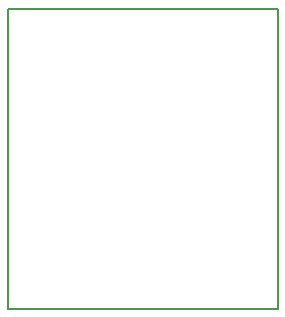
<source format=gbr>
G04 #@! TF.FileFunction,Profile,NP*
%FSLAX46Y46*%
G04 Gerber Fmt 4.6, Leading zero omitted, Abs format (unit mm)*
G04 Created by KiCad (PCBNEW 4.0.7) date 01/25/19 00:49:24*
%MOMM*%
%LPD*%
G01*
G04 APERTURE LIST*
%ADD10C,0.100000*%
%ADD11C,0.150000*%
G04 APERTURE END LIST*
D10*
D11*
X139700000Y-105410000D02*
X139700000Y-80010000D01*
X162560000Y-105410000D02*
X139700000Y-105410000D01*
X162560000Y-80010000D02*
X162560000Y-105410000D01*
X139700000Y-80010000D02*
X162560000Y-80010000D01*
M02*

</source>
